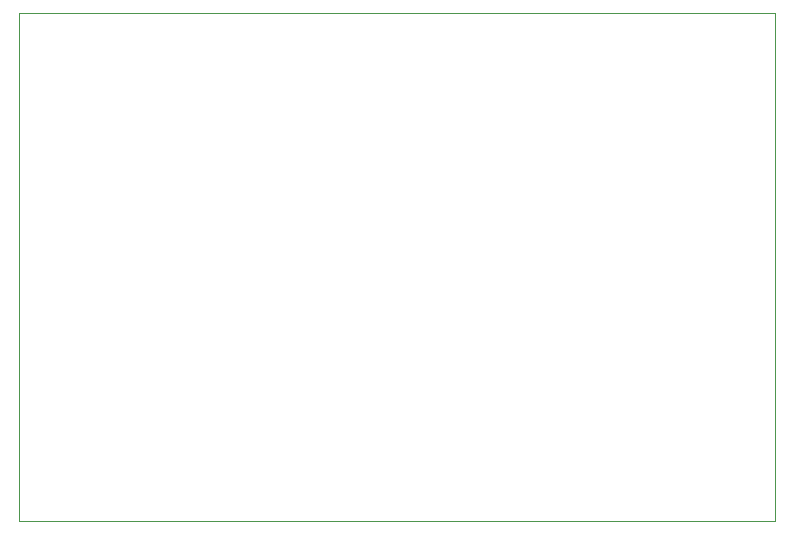
<source format=gm1>
%TF.GenerationSoftware,KiCad,Pcbnew,(5.1.12)-1*%
%TF.CreationDate,2022-08-06T16:25:20+02:00*%
%TF.ProjectId,Konwerter,4b6f6e77-6572-4746-9572-2e6b69636164,rev?*%
%TF.SameCoordinates,Original*%
%TF.FileFunction,Profile,NP*%
%FSLAX46Y46*%
G04 Gerber Fmt 4.6, Leading zero omitted, Abs format (unit mm)*
G04 Created by KiCad (PCBNEW (5.1.12)-1) date 2022-08-06 16:25:20*
%MOMM*%
%LPD*%
G01*
G04 APERTURE LIST*
%TA.AperFunction,Profile*%
%ADD10C,0.050000*%
%TD*%
G04 APERTURE END LIST*
D10*
X154000000Y-72000000D02*
X90000000Y-72000000D01*
X154000000Y-115000000D02*
X154000000Y-72000000D01*
X90000000Y-115000000D02*
X154000000Y-115000000D01*
X90000000Y-72000000D02*
X90000000Y-115000000D01*
M02*

</source>
